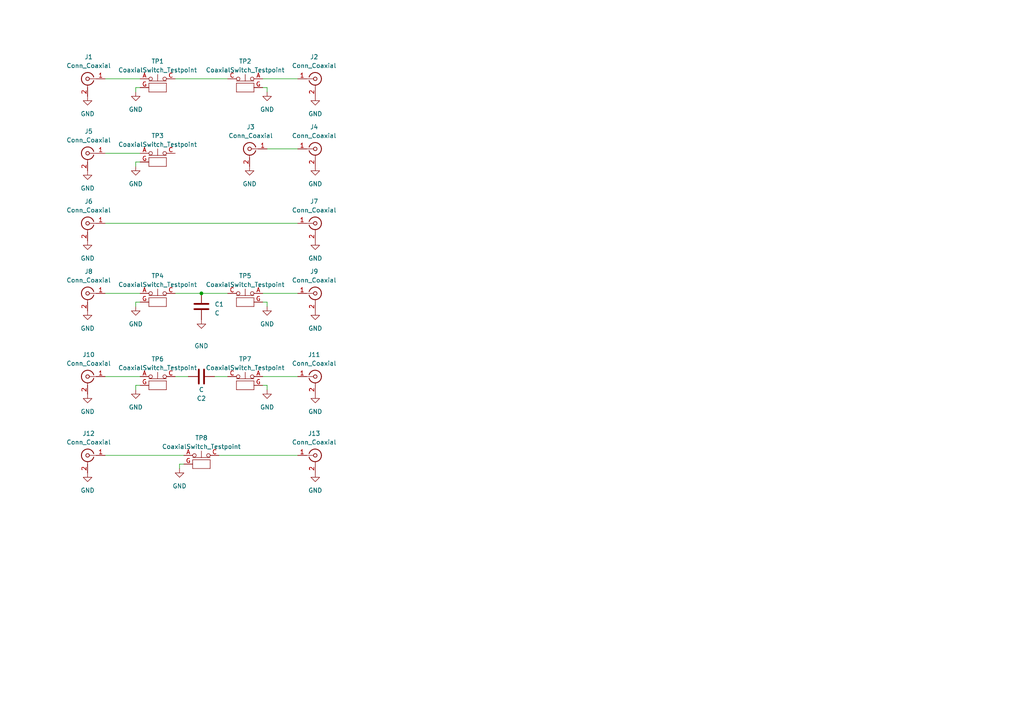
<source format=kicad_sch>
(kicad_sch (version 20230121) (generator eeschema)
  (paper "A4")
  (lib_symbols
    (symbol "Connector:CoaxialSwitch_Testpoint" (pin_names (offset 1.016) hide)
      (property "Reference" "TP" (at 0 -3.81 0))
      (property "Value" "CoaxialSwitch_Testpoint" (at 0 3.81 0))
      (symbol "CoaxialSwitch_Testpoint_0_1"
        (rectangle (start -2.54 -2.54) (end 2.54 -2.54))
        (rectangle (start -2.54 0) (end -2.54 -2.54))
        (rectangle (start 2.54 0) (end -2.54 0))
        (rectangle (start 2.54 0) (end 2.54 -2.54))
      )
      (symbol "CoaxialSwitch_Testpoint_1_1"
        (circle (center -2.032 1.27) (radius 0.508))
        (polyline (pts (xy -2.54 0.635) (xy 2.54 0.635)))
        (polyline (pts (xy 0 0.635) (xy 0 2.54)))
        (circle (center 2.032 1.27) (radius 0.508))
        (pin passive line (at 5.08 1.27 180) (length 2.54) (name "A") (number "A"))
        (pin passive line (at -5.08 1.27 0) (length 2.54) (name "C") (number "C"))
        (pin passive line (at 5.08 -1.27 180) (length 2.54) (name "G") (number "G"))
      )
    )
    (symbol "Connector:Conn_Coaxial" (pin_names (offset 1.016) hide)
      (property "Reference" "J" (at 0.254 3.048 0))
      (property "Value" "Conn_Coaxial" (at 2.921 0 90))
      (symbol "Conn_Coaxial_0_1"
        (arc (start -1.778 -0.508) (mid 0.2311 -1.8066) (end 1.778 0) (stroke (width 0.254)))
        (polyline (pts (xy -2.54 0) (xy -0.508 0)))
        (polyline (pts (xy 0 -2.54) (xy 0 -1.778)))
        (circle (center 0 0) (radius 0.508) (stroke (width 0.2032)))
        (arc (start 1.778 0) (mid 0.2099 1.8101) (end -1.778 0.508) (stroke (width 0.254)))
      )
      (symbol "Conn_Coaxial_1_1"
        (pin passive line (at -5.08 0 0) (length 2.54) (name "In") (number "1"))
        (pin passive line (at 0 -5.08 90) (length 2.54) (name "Ext") (number "2"))
      )
    )
    (symbol "Device:C" (pin_numbers hide) (pin_names (offset 0.254))
      (property "Reference" "C" (at 0.635 2.54 0))
      (property "Value" "C" (at 0.635 -2.54 0))
      (symbol "C_0_1"
        (polyline (pts (xy -2.032 -0.762) (xy 2.032 -0.762)) (stroke (width 0.508)))
        (polyline (pts (xy -2.032 0.762) (xy 2.032 0.762)) (stroke (width 0.508)))
      )
      (symbol "C_1_1"
        (pin passive line (at 0 3.81 270) (length 2.794) (name "~") (number "1"))
        (pin passive line (at 0 -3.81 90) (length 2.794) (name "~") (number "2"))
      )
    )
    (symbol "power:GND" (power) (pin_names (offset 0))
      (property "Value" "GND" (at 0 -3.81 0))
      (symbol "GND_0_1"
        (polyline (pts (xy 0 0) (xy 0 -1.27) (xy 1.27 -1.27) (xy 0 -2.54) (xy -1.27 -1.27) (xy 0 -1.27)))
      )
      (symbol "GND_1_1"
        (pin power_in line (at 0 0 270) (length 0) hide (name "GND") (number "1"))
      )
    )
  )
  (junction (at 58.42 85.09))
  (wire (pts (xy 77.47 111.76) (xy 77.47 113.03)))
  (wire (pts (xy 52.07 134.62) (xy 52.07 135.89)))
  (wire (pts (xy 50.8 22.86) (xy 66.04 22.86)))
  (wire (pts (xy 39.37 88.9) (xy 39.37 87.63)))
  (wire (pts (xy 40.64 46.99) (xy 39.37 46.99)))
  (wire (pts (xy 50.8 109.22) (xy 54.61 109.22)))
  (wire (pts (xy 39.37 25.4) (xy 39.37 26.67)))
  (wire (pts (xy 30.48 109.22) (xy 40.64 109.22)))
  (wire (pts (xy 77.47 87.63) (xy 77.47 88.9)))
  (wire (pts (xy 76.2 22.86) (xy 86.36 22.86)))
  (wire (pts (xy 76.2 111.76) (xy 77.47 111.76)))
  (wire (pts (xy 39.37 46.99) (xy 39.37 48.26)))
  (wire (pts (xy 62.23 109.22) (xy 66.04 109.22)))
  (wire (pts (xy 30.48 132.08) (xy 53.34 132.08)))
  (wire (pts (xy 39.37 87.63) (xy 40.64 87.63)))
  (wire (pts (xy 50.8 85.09) (xy 58.42 85.09)))
  (wire (pts (xy 30.48 64.77) (xy 86.36 64.77)))
  (wire (pts (xy 30.48 44.45) (xy 40.64 44.45)))
  (wire (pts (xy 76.2 109.22) (xy 86.36 109.22)))
  (wire (pts (xy 30.48 22.86) (xy 40.64 22.86)))
  (wire (pts (xy 76.2 85.09) (xy 86.36 85.09)))
  (wire (pts (xy 40.64 25.4) (xy 39.37 25.4)))
  (wire (pts (xy 76.2 25.4) (xy 77.47 25.4)))
  (wire (pts (xy 58.42 85.09) (xy 66.04 85.09)))
  (wire (pts (xy 39.37 111.76) (xy 39.37 113.03)))
  (wire (pts (xy 52.07 134.62) (xy 53.34 134.62)))
  (wire (pts (xy 76.2 87.63) (xy 77.47 87.63)))
  (wire (pts (xy 77.47 43.18) (xy 86.36 43.18)))
  (wire (pts (xy 40.64 111.76) (xy 39.37 111.76)))
  (wire (pts (xy 30.48 85.09) (xy 40.64 85.09)))
  (wire (pts (xy 77.47 25.4) (xy 77.47 26.67)))
  (wire (pts (xy 63.5 132.08) (xy 86.36 132.08)))
  (symbol (lib_id "Connector:Conn_Coaxial") (at 91.44 22.86 0) (unit 1)
    (property "Reference" "J2" (at 91.1226 16.51 0))
    (property "Value" "Conn_Coaxial" (at 91.1226 19.05 0))
    (property "Footprint" "Connector_Coaxial:U.FL_Hirose_U.FL-R-SMT-1_Vertical" (effects hide))
    (property "Datasheet" " ~" (effects hide))
  )
  (symbol (lib_id "Device:C") (at 58.42 109.22 90) (mirror x) (unit 1)
    (property "Reference" "C2" (at 58.42 115.57 90))
    (property "Value" "C" (at 58.42 113.03 90))
    (property "Footprint" "Capacitor_SMD:C_0402_1005Metric" (effects hide))
  )
  (symbol (lib_id "power:GND") (at 58.42 92.71 0) (unit 1)
    (property "Reference" "#PWR015" (effects hide))
    (property "Value" "GND" (at 58.42 100.33 0))
  )
  (symbol (lib_id "Connector:CoaxialSwitch_Testpoint") (at 71.12 24.13 0) (unit 1)
    (property "Reference" "TP2" (at 71.12 17.78 0))
    (property "Value" "CoaxialSwitch_Testpoint" (at 71.12 20.32 0))
    (property "Footprint" "miek:CoaxialSwitch_Murata_MM8030-2610" (effects hide))
  )
  (symbol (lib_id "power:GND") (at 91.44 69.85 0) (unit 1)
    (property "Reference" "#PWR010" (effects hide))
    (property "Value" "GND" (at 91.44 74.93 0))
  )
  (symbol (lib_id "power:GND") (at 39.37 48.26 0) (unit 1)
    (property "Reference" "#PWR05" (effects hide))
    (property "Value" "GND" (at 39.37 53.34 0))
  )
  (symbol (lib_id "power:GND") (at 25.4 137.16 0) (unit 1)
    (property "Reference" "#PWR021" (effects hide))
    (property "Value" "GND" (at 25.4 142.24 0))
  )
  (symbol (lib_id "Connector:Conn_Coaxial") (at 25.4 85.09 0) (mirror y) (unit 1)
    (property "Reference" "J8" (at 25.7174 78.74 0))
    (property "Value" "Conn_Coaxial" (at 25.7174 81.28 0))
    (property "Footprint" "Connector_Coaxial:U.FL_Hirose_U.FL-R-SMT-1_Vertical" (effects hide))
    (property "Datasheet" " ~" (effects hide))
  )
  (symbol (lib_id "power:GND") (at 77.47 88.9 0) (unit 1)
    (property "Reference" "#PWR012" (effects hide))
    (property "Value" "GND" (at 77.47 93.98 0))
  )
  (symbol (lib_id "Connector:Conn_Coaxial") (at 25.4 109.22 0) (mirror y) (unit 1)
    (property "Reference" "J10" (at 25.7174 102.87 0))
    (property "Value" "Conn_Coaxial" (at 25.7174 105.41 0))
    (property "Footprint" "Connector_Coaxial:U.FL_Hirose_U.FL-R-SMT-1_Vertical" (effects hide))
    (property "Datasheet" " ~" (effects hide))
  )
  (symbol (lib_id "Connector:Conn_Coaxial") (at 25.4 44.45 0) (mirror y) (unit 1)
    (property "Reference" "J5" (at 25.7174 38.1 0))
    (property "Value" "Conn_Coaxial" (at 25.7174 40.64 0))
    (property "Footprint" "Connector_Coaxial:U.FL_Hirose_U.FL-R-SMT-1_Vertical" (effects hide))
    (property "Datasheet" " ~" (effects hide))
  )
  (symbol (lib_id "power:GND") (at 91.44 27.94 0) (unit 1)
    (property "Reference" "#PWR04" (effects hide))
    (property "Value" "GND" (at 91.44 33.02 0))
  )
  (symbol (lib_id "Connector:Conn_Coaxial") (at 25.4 64.77 0) (mirror y) (unit 1)
    (property "Reference" "J6" (at 25.7174 58.42 0))
    (property "Value" "Conn_Coaxial" (at 25.7174 60.96 0))
    (property "Footprint" "Connector_Coaxial:U.FL_Hirose_U.FL-R-SMT-1_Vertical" (effects hide))
    (property "Datasheet" " ~" (effects hide))
  )
  (symbol (lib_id "power:GND") (at 39.37 26.67 0) (unit 1)
    (property "Reference" "#PWR01" (effects hide))
    (property "Value" "GND" (at 39.37 31.75 0))
  )
  (symbol (lib_id "power:GND") (at 25.4 114.3 0) (unit 1)
    (property "Reference" "#PWR018" (effects hide))
    (property "Value" "GND" (at 25.4 119.38 0))
  )
  (symbol (lib_id "Connector:CoaxialSwitch_Testpoint") (at 45.72 24.13 0) (mirror y) (unit 1)
    (property "Reference" "TP1" (at 45.72 17.78 0))
    (property "Value" "CoaxialSwitch_Testpoint" (at 45.72 20.32 0))
    (property "Footprint" "miek:CoaxialSwitch_Murata_MM8030-2610" (effects hide))
  )
  (symbol (lib_id "power:GND") (at 91.44 114.3 0) (unit 1)
    (property "Reference" "#PWR019" (effects hide))
    (property "Value" "GND" (at 91.44 119.38 0))
  )
  (symbol (lib_id "power:GND") (at 25.4 69.85 0) (unit 1)
    (property "Reference" "#PWR09" (effects hide))
    (property "Value" "GND" (at 25.4 74.93 0))
  )
  (symbol (lib_id "Connector:Conn_Coaxial") (at 72.39 43.18 0) (mirror y) (unit 1)
    (property "Reference" "J3" (at 72.7074 36.83 0))
    (property "Value" "Conn_Coaxial" (at 72.7074 39.37 0))
    (property "Footprint" "Connector_Coaxial:U.FL_Hirose_U.FL-R-SMT-1_Vertical" (effects hide))
    (property "Datasheet" " ~" (effects hide))
  )
  (symbol (lib_id "power:GND") (at 52.07 135.89 0) (unit 1)
    (property "Reference" "#PWR020" (effects hide))
    (property "Value" "GND" (at 52.07 140.97 0))
  )
  (symbol (lib_id "Connector:CoaxialSwitch_Testpoint") (at 71.12 110.49 0) (unit 1)
    (property "Reference" "TP7" (at 71.12 104.14 0))
    (property "Value" "CoaxialSwitch_Testpoint" (at 71.12 106.68 0))
    (property "Footprint" "miek:CoaxialSwitch_Murata_MM8030-2610" (effects hide))
  )
  (symbol (lib_id "Device:C") (at 58.42 88.9 0) (unit 1)
    (property "Reference" "C1" (at 62.23 88.265 0) (effects (justify left)))
    (property "Value" "C" (at 62.23 90.805 0) (effects (justify left)))
    (property "Footprint" "Capacitor_SMD:C_0402_1005Metric" (effects hide))
  )
  (symbol (lib_id "Connector:CoaxialSwitch_Testpoint") (at 58.42 133.35 0) (mirror y) (unit 1)
    (property "Reference" "TP8" (at 58.42 127 0))
    (property "Value" "CoaxialSwitch_Testpoint" (at 58.42 129.54 0))
    (property "Footprint" "miek:CoaxialSwitch_Murata_MM8030-2610" (effects hide))
  )
  (symbol (lib_id "Connector:Conn_Coaxial") (at 91.44 43.18 0) (unit 1)
    (property "Reference" "J4" (at 91.1226 36.83 0))
    (property "Value" "Conn_Coaxial" (at 91.1226 39.37 0))
    (property "Footprint" "Connector_Coaxial:U.FL_Hirose_U.FL-R-SMT-1_Vertical" (effects hide))
    (property "Datasheet" " ~" (effects hide))
  )
  (symbol (lib_id "Connector:Conn_Coaxial") (at 91.44 132.08 0) (unit 1)
    (property "Reference" "J13" (at 91.1226 125.73 0))
    (property "Value" "Conn_Coaxial" (at 91.1226 128.27 0))
    (property "Footprint" "Connector_Coaxial:U.FL_Hirose_U.FL-R-SMT-1_Vertical" (effects hide))
    (property "Datasheet" " ~" (effects hide))
  )
  (symbol (lib_id "power:GND") (at 39.37 113.03 0) (unit 1)
    (property "Reference" "#PWR016" (effects hide))
    (property "Value" "GND" (at 39.37 118.11 0))
  )
  (symbol (lib_id "Connector:CoaxialSwitch_Testpoint") (at 45.72 110.49 0) (mirror y) (unit 1)
    (property "Reference" "TP6" (at 45.72 104.14 0))
    (property "Value" "CoaxialSwitch_Testpoint" (at 45.72 106.68 0))
    (property "Footprint" "miek:CoaxialSwitch_Murata_MM8030-2610" (effects hide))
  )
  (symbol (lib_id "power:GND") (at 25.4 49.53 0) (unit 1)
    (property "Reference" "#PWR08" (effects hide))
    (property "Value" "GND" (at 25.4 54.61 0))
  )
  (symbol (lib_id "power:GND") (at 91.44 48.26 0) (unit 1)
    (property "Reference" "#PWR07" (effects hide))
    (property "Value" "GND" (at 91.44 53.34 0))
  )
  (symbol (lib_id "power:GND") (at 91.44 137.16 0) (unit 1)
    (property "Reference" "#PWR022" (effects hide))
    (property "Value" "GND" (at 91.44 142.24 0))
  )
  (symbol (lib_id "Connector:CoaxialSwitch_Testpoint") (at 45.72 45.72 0) (mirror y) (unit 1)
    (property "Reference" "TP3" (at 45.72 39.37 0))
    (property "Value" "CoaxialSwitch_Testpoint" (at 45.72 41.91 0))
    (property "Footprint" "miek:CoaxialSwitch_Murata_MM8030-2610" (effects hide))
  )
  (symbol (lib_id "Connector:Conn_Coaxial") (at 91.44 64.77 0) (unit 1)
    (property "Reference" "J7" (at 91.1226 58.42 0))
    (property "Value" "Conn_Coaxial" (at 91.1226 60.96 0))
    (property "Footprint" "Connector_Coaxial:U.FL_Hirose_U.FL-R-SMT-1_Vertical" (effects hide))
    (property "Datasheet" " ~" (effects hide))
  )
  (symbol (lib_id "Connector:CoaxialSwitch_Testpoint") (at 71.12 86.36 0) (unit 1)
    (property "Reference" "TP5" (at 71.12 80.01 0))
    (property "Value" "CoaxialSwitch_Testpoint" (at 71.12 82.55 0))
    (property "Footprint" "miek:CoaxialSwitch_Murata_MM8030-2610" (effects hide))
  )
  (symbol (lib_id "power:GND") (at 72.39 48.26 0) (unit 1)
    (property "Reference" "#PWR06" (effects hide))
    (property "Value" "GND" (at 72.39 53.34 0))
  )
  (symbol (lib_id "power:GND") (at 25.4 27.94 0) (unit 1)
    (property "Reference" "#PWR03" (effects hide))
    (property "Value" "GND" (at 25.4 33.02 0))
  )
  (symbol (lib_id "Connector:Conn_Coaxial") (at 25.4 22.86 0) (mirror y) (unit 1)
    (property "Reference" "J1" (at 25.7174 16.51 0))
    (property "Value" "Conn_Coaxial" (at 25.7174 19.05 0))
    (property "Footprint" "Connector_Coaxial:U.FL_Hirose_U.FL-R-SMT-1_Vertical" (effects hide))
    (property "Datasheet" " ~" (effects hide))
  )
  (symbol (lib_id "power:GND") (at 77.47 26.67 0) (unit 1)
    (property "Reference" "#PWR02" (effects hide))
    (property "Value" "GND" (at 77.47 31.75 0))
  )
  (symbol (lib_id "power:GND") (at 91.44 90.17 0) (unit 1)
    (property "Reference" "#PWR014" (effects hide))
    (property "Value" "GND" (at 91.44 95.25 0))
  )
  (symbol (lib_id "power:GND") (at 39.37 88.9 0) (unit 1)
    (property "Reference" "#PWR011" (effects hide))
    (property "Value" "GND" (at 39.37 93.98 0))
  )
  (symbol (lib_id "power:GND") (at 77.47 113.03 0) (unit 1)
    (property "Reference" "#PWR017" (effects hide))
    (property "Value" "GND" (at 77.47 118.11 0))
  )
  (symbol (lib_id "Connector:Conn_Coaxial") (at 91.44 85.09 0) (unit 1)
    (property "Reference" "J9" (at 91.1226 78.74 0))
    (property "Value" "Conn_Coaxial" (at 91.1226 81.28 0))
    (property "Footprint" "Connector_Coaxial:U.FL_Hirose_U.FL-R-SMT-1_Vertical" (effects hide))
    (property "Datasheet" " ~" (effects hide))
  )
  (symbol (lib_id "Connector:Conn_Coaxial") (at 25.4 132.08 0) (mirror y) (unit 1)
    (property "Reference" "J12" (at 25.7174 125.73 0))
    (property "Value" "Conn_Coaxial" (at 25.7174 128.27 0))
    (property "Footprint" "Connector_Coaxial:U.FL_Hirose_U.FL-R-SMT-1_Vertical" (effects hide))
    (property "Datasheet" " ~" (effects hide))
  )
  (symbol (lib_id "power:GND") (at 25.4 90.17 0) (unit 1)
    (property "Reference" "#PWR013" (effects hide))
    (property "Value" "GND" (at 25.4 95.25 0))
  )
  (symbol (lib_id "Connector:Conn_Coaxial") (at 91.44 109.22 0) (unit 1)
    (property "Reference" "J11" (at 91.1226 102.87 0))
    (property "Value" "Conn_Coaxial" (at 91.1226 105.41 0))
    (property "Footprint" "Connector_Coaxial:U.FL_Hirose_U.FL-R-SMT-1_Vertical" (effects hide))
    (property "Datasheet" " ~" (effects hide))
  )
  (symbol (lib_id "Connector:CoaxialSwitch_Testpoint") (at 45.72 86.36 0) (mirror y) (unit 1)
    (property "Reference" "TP4" (at 45.72 80.01 0))
    (property "Value" "CoaxialSwitch_Testpoint" (at 45.72 82.55 0))
    (property "Footprint" "miek:CoaxialSwitch_Murata_MM8030-2610" (effects hide))
  )
)
</source>
